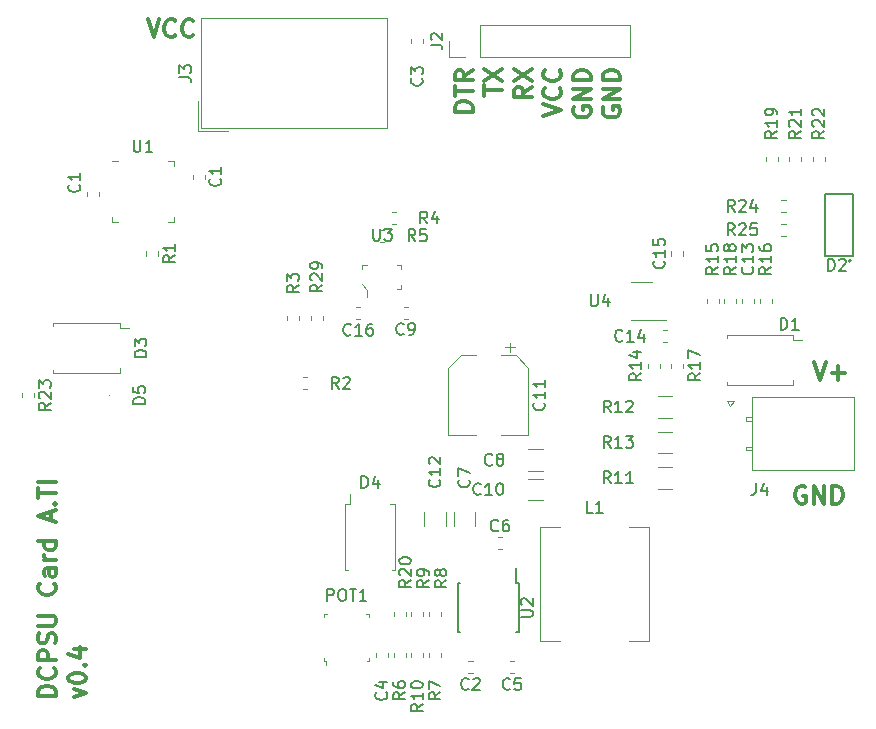
<source format=gbr>
G04 #@! TF.GenerationSoftware,KiCad,Pcbnew,5.0.2+dfsg1-1*
G04 #@! TF.CreationDate,2021-07-01T00:11:51-05:00*
G04 #@! TF.ProjectId,dcpsu-card-a,64637073-752d-4636-9172-642d612e6b69,v0.4-TI*
G04 #@! TF.SameCoordinates,Original*
G04 #@! TF.FileFunction,Legend,Top*
G04 #@! TF.FilePolarity,Positive*
%FSLAX46Y46*%
G04 Gerber Fmt 4.6, Leading zero omitted, Abs format (unit mm)*
G04 Created by KiCad (PCBNEW 5.0.2+dfsg1-1) date Thu 01 Jul 2021 12:11:51 AM CDT*
%MOMM*%
%LPD*%
G01*
G04 APERTURE LIST*
%ADD10C,0.300000*%
%ADD11C,0.120000*%
%ADD12C,0.150000*%
%ADD13C,0.100000*%
G04 APERTURE END LIST*
D10*
X138750000Y-78623571D02*
X138678571Y-78766428D01*
X138678571Y-78980714D01*
X138750000Y-79195000D01*
X138892857Y-79337857D01*
X139035714Y-79409285D01*
X139321428Y-79480714D01*
X139535714Y-79480714D01*
X139821428Y-79409285D01*
X139964285Y-79337857D01*
X140107142Y-79195000D01*
X140178571Y-78980714D01*
X140178571Y-78837857D01*
X140107142Y-78623571D01*
X140035714Y-78552142D01*
X139535714Y-78552142D01*
X139535714Y-78837857D01*
X140178571Y-77909285D02*
X138678571Y-77909285D01*
X140178571Y-77052142D01*
X138678571Y-77052142D01*
X140178571Y-76337857D02*
X138678571Y-76337857D01*
X138678571Y-75980714D01*
X138750000Y-75766428D01*
X138892857Y-75623571D01*
X139035714Y-75552142D01*
X139321428Y-75480714D01*
X139535714Y-75480714D01*
X139821428Y-75552142D01*
X139964285Y-75623571D01*
X140107142Y-75766428D01*
X140178571Y-75980714D01*
X140178571Y-76337857D01*
X136250000Y-78623571D02*
X136178571Y-78766428D01*
X136178571Y-78980714D01*
X136250000Y-79195000D01*
X136392857Y-79337857D01*
X136535714Y-79409285D01*
X136821428Y-79480714D01*
X137035714Y-79480714D01*
X137321428Y-79409285D01*
X137464285Y-79337857D01*
X137607142Y-79195000D01*
X137678571Y-78980714D01*
X137678571Y-78837857D01*
X137607142Y-78623571D01*
X137535714Y-78552142D01*
X137035714Y-78552142D01*
X137035714Y-78837857D01*
X137678571Y-77909285D02*
X136178571Y-77909285D01*
X137678571Y-77052142D01*
X136178571Y-77052142D01*
X137678571Y-76337857D02*
X136178571Y-76337857D01*
X136178571Y-75980714D01*
X136250000Y-75766428D01*
X136392857Y-75623571D01*
X136535714Y-75552142D01*
X136821428Y-75480714D01*
X137035714Y-75480714D01*
X137321428Y-75552142D01*
X137464285Y-75623571D01*
X137607142Y-75766428D01*
X137678571Y-75980714D01*
X137678571Y-76337857D01*
X133678571Y-79337857D02*
X135178571Y-78837857D01*
X133678571Y-78337857D01*
X135035714Y-76980714D02*
X135107142Y-77052142D01*
X135178571Y-77266428D01*
X135178571Y-77409285D01*
X135107142Y-77623571D01*
X134964285Y-77766428D01*
X134821428Y-77837857D01*
X134535714Y-77909285D01*
X134321428Y-77909285D01*
X134035714Y-77837857D01*
X133892857Y-77766428D01*
X133750000Y-77623571D01*
X133678571Y-77409285D01*
X133678571Y-77266428D01*
X133750000Y-77052142D01*
X133821428Y-76980714D01*
X135035714Y-75480714D02*
X135107142Y-75552142D01*
X135178571Y-75766428D01*
X135178571Y-75909285D01*
X135107142Y-76123571D01*
X134964285Y-76266428D01*
X134821428Y-76337857D01*
X134535714Y-76409285D01*
X134321428Y-76409285D01*
X134035714Y-76337857D01*
X133892857Y-76266428D01*
X133750000Y-76123571D01*
X133678571Y-75909285D01*
X133678571Y-75766428D01*
X133750000Y-75552142D01*
X133821428Y-75480714D01*
X132678571Y-76909285D02*
X131964285Y-77409285D01*
X132678571Y-77766428D02*
X131178571Y-77766428D01*
X131178571Y-77195000D01*
X131250000Y-77052142D01*
X131321428Y-76980714D01*
X131464285Y-76909285D01*
X131678571Y-76909285D01*
X131821428Y-76980714D01*
X131892857Y-77052142D01*
X131964285Y-77195000D01*
X131964285Y-77766428D01*
X131178571Y-76409285D02*
X132678571Y-75409285D01*
X131178571Y-75409285D02*
X132678571Y-76409285D01*
X128678571Y-77623571D02*
X128678571Y-76766428D01*
X130178571Y-77195000D02*
X128678571Y-77195000D01*
X128678571Y-76409285D02*
X130178571Y-75409285D01*
X128678571Y-75409285D02*
X130178571Y-76409285D01*
X127678571Y-78980714D02*
X126178571Y-78980714D01*
X126178571Y-78623571D01*
X126250000Y-78409285D01*
X126392857Y-78266428D01*
X126535714Y-78195000D01*
X126821428Y-78123571D01*
X127035714Y-78123571D01*
X127321428Y-78195000D01*
X127464285Y-78266428D01*
X127607142Y-78409285D01*
X127678571Y-78623571D01*
X127678571Y-78980714D01*
X126178571Y-77695000D02*
X126178571Y-76837857D01*
X127678571Y-77266428D02*
X126178571Y-77266428D01*
X127678571Y-75480714D02*
X126964285Y-75980714D01*
X127678571Y-76337857D02*
X126178571Y-76337857D01*
X126178571Y-75766428D01*
X126250000Y-75623571D01*
X126321428Y-75552142D01*
X126464285Y-75480714D01*
X126678571Y-75480714D01*
X126821428Y-75552142D01*
X126892857Y-75623571D01*
X126964285Y-75766428D01*
X126964285Y-76337857D01*
X100162142Y-71178571D02*
X100662142Y-72678571D01*
X101162142Y-71178571D01*
X102519285Y-72535714D02*
X102447857Y-72607142D01*
X102233571Y-72678571D01*
X102090714Y-72678571D01*
X101876428Y-72607142D01*
X101733571Y-72464285D01*
X101662142Y-72321428D01*
X101590714Y-72035714D01*
X101590714Y-71821428D01*
X101662142Y-71535714D01*
X101733571Y-71392857D01*
X101876428Y-71250000D01*
X102090714Y-71178571D01*
X102233571Y-71178571D01*
X102447857Y-71250000D01*
X102519285Y-71321428D01*
X104019285Y-72535714D02*
X103947857Y-72607142D01*
X103733571Y-72678571D01*
X103590714Y-72678571D01*
X103376428Y-72607142D01*
X103233571Y-72464285D01*
X103162142Y-72321428D01*
X103090714Y-72035714D01*
X103090714Y-71821428D01*
X103162142Y-71535714D01*
X103233571Y-71392857D01*
X103376428Y-71250000D01*
X103590714Y-71178571D01*
X103733571Y-71178571D01*
X103947857Y-71250000D01*
X104019285Y-71321428D01*
X156571428Y-100178571D02*
X157071428Y-101678571D01*
X157571428Y-100178571D01*
X158071428Y-101107142D02*
X159214285Y-101107142D01*
X158642857Y-101678571D02*
X158642857Y-100535714D01*
X155857142Y-110750000D02*
X155714285Y-110678571D01*
X155500000Y-110678571D01*
X155285714Y-110750000D01*
X155142857Y-110892857D01*
X155071428Y-111035714D01*
X155000000Y-111321428D01*
X155000000Y-111535714D01*
X155071428Y-111821428D01*
X155142857Y-111964285D01*
X155285714Y-112107142D01*
X155500000Y-112178571D01*
X155642857Y-112178571D01*
X155857142Y-112107142D01*
X155928571Y-112035714D01*
X155928571Y-111535714D01*
X155642857Y-111535714D01*
X156571428Y-112178571D02*
X156571428Y-110678571D01*
X157428571Y-112178571D01*
X157428571Y-110678571D01*
X158142857Y-112178571D02*
X158142857Y-110678571D01*
X158500000Y-110678571D01*
X158714285Y-110750000D01*
X158857142Y-110892857D01*
X158928571Y-111035714D01*
X159000000Y-111321428D01*
X159000000Y-111535714D01*
X158928571Y-111821428D01*
X158857142Y-111964285D01*
X158714285Y-112107142D01*
X158500000Y-112178571D01*
X158142857Y-112178571D01*
X92403571Y-128447857D02*
X90903571Y-128447857D01*
X90903571Y-128090714D01*
X90975000Y-127876428D01*
X91117857Y-127733571D01*
X91260714Y-127662142D01*
X91546428Y-127590714D01*
X91760714Y-127590714D01*
X92046428Y-127662142D01*
X92189285Y-127733571D01*
X92332142Y-127876428D01*
X92403571Y-128090714D01*
X92403571Y-128447857D01*
X92260714Y-126090714D02*
X92332142Y-126162142D01*
X92403571Y-126376428D01*
X92403571Y-126519285D01*
X92332142Y-126733571D01*
X92189285Y-126876428D01*
X92046428Y-126947857D01*
X91760714Y-127019285D01*
X91546428Y-127019285D01*
X91260714Y-126947857D01*
X91117857Y-126876428D01*
X90975000Y-126733571D01*
X90903571Y-126519285D01*
X90903571Y-126376428D01*
X90975000Y-126162142D01*
X91046428Y-126090714D01*
X92403571Y-125447857D02*
X90903571Y-125447857D01*
X90903571Y-124876428D01*
X90975000Y-124733571D01*
X91046428Y-124662142D01*
X91189285Y-124590714D01*
X91403571Y-124590714D01*
X91546428Y-124662142D01*
X91617857Y-124733571D01*
X91689285Y-124876428D01*
X91689285Y-125447857D01*
X92332142Y-124019285D02*
X92403571Y-123805000D01*
X92403571Y-123447857D01*
X92332142Y-123305000D01*
X92260714Y-123233571D01*
X92117857Y-123162142D01*
X91975000Y-123162142D01*
X91832142Y-123233571D01*
X91760714Y-123305000D01*
X91689285Y-123447857D01*
X91617857Y-123733571D01*
X91546428Y-123876428D01*
X91475000Y-123947857D01*
X91332142Y-124019285D01*
X91189285Y-124019285D01*
X91046428Y-123947857D01*
X90975000Y-123876428D01*
X90903571Y-123733571D01*
X90903571Y-123376428D01*
X90975000Y-123162142D01*
X90903571Y-122519285D02*
X92117857Y-122519285D01*
X92260714Y-122447857D01*
X92332142Y-122376428D01*
X92403571Y-122233571D01*
X92403571Y-121947857D01*
X92332142Y-121805000D01*
X92260714Y-121733571D01*
X92117857Y-121662142D01*
X90903571Y-121662142D01*
X92260714Y-118947857D02*
X92332142Y-119019285D01*
X92403571Y-119233571D01*
X92403571Y-119376428D01*
X92332142Y-119590714D01*
X92189285Y-119733571D01*
X92046428Y-119805000D01*
X91760714Y-119876428D01*
X91546428Y-119876428D01*
X91260714Y-119805000D01*
X91117857Y-119733571D01*
X90975000Y-119590714D01*
X90903571Y-119376428D01*
X90903571Y-119233571D01*
X90975000Y-119019285D01*
X91046428Y-118947857D01*
X92403571Y-117662142D02*
X91617857Y-117662142D01*
X91475000Y-117733571D01*
X91403571Y-117876428D01*
X91403571Y-118162142D01*
X91475000Y-118305000D01*
X92332142Y-117662142D02*
X92403571Y-117805000D01*
X92403571Y-118162142D01*
X92332142Y-118305000D01*
X92189285Y-118376428D01*
X92046428Y-118376428D01*
X91903571Y-118305000D01*
X91832142Y-118162142D01*
X91832142Y-117805000D01*
X91760714Y-117662142D01*
X92403571Y-116947857D02*
X91403571Y-116947857D01*
X91689285Y-116947857D02*
X91546428Y-116876428D01*
X91475000Y-116805000D01*
X91403571Y-116662142D01*
X91403571Y-116519285D01*
X92403571Y-115376428D02*
X90903571Y-115376428D01*
X92332142Y-115376428D02*
X92403571Y-115519285D01*
X92403571Y-115805000D01*
X92332142Y-115947857D01*
X92260714Y-116019285D01*
X92117857Y-116090714D01*
X91689285Y-116090714D01*
X91546428Y-116019285D01*
X91475000Y-115947857D01*
X91403571Y-115805000D01*
X91403571Y-115519285D01*
X91475000Y-115376428D01*
X91975000Y-113590714D02*
X91975000Y-112876428D01*
X92403571Y-113733571D02*
X90903571Y-113233571D01*
X92403571Y-112733571D01*
X92260714Y-112233571D02*
X92332142Y-112162142D01*
X92403571Y-112233571D01*
X92332142Y-112305000D01*
X92260714Y-112233571D01*
X92403571Y-112233571D01*
X90903571Y-111733571D02*
X90903571Y-110876428D01*
X92403571Y-111305000D02*
X90903571Y-111305000D01*
X92403571Y-110376428D02*
X90903571Y-110376428D01*
X93953571Y-128590714D02*
X94953571Y-128233571D01*
X93953571Y-127876428D01*
X93453571Y-127019285D02*
X93453571Y-126876428D01*
X93525000Y-126733571D01*
X93596428Y-126662142D01*
X93739285Y-126590714D01*
X94025000Y-126519285D01*
X94382142Y-126519285D01*
X94667857Y-126590714D01*
X94810714Y-126662142D01*
X94882142Y-126733571D01*
X94953571Y-126876428D01*
X94953571Y-127019285D01*
X94882142Y-127162142D01*
X94810714Y-127233571D01*
X94667857Y-127305000D01*
X94382142Y-127376428D01*
X94025000Y-127376428D01*
X93739285Y-127305000D01*
X93596428Y-127233571D01*
X93525000Y-127162142D01*
X93453571Y-127019285D01*
X94810714Y-125876428D02*
X94882142Y-125805000D01*
X94953571Y-125876428D01*
X94882142Y-125947857D01*
X94810714Y-125876428D01*
X94953571Y-125876428D01*
X93953571Y-124519285D02*
X94953571Y-124519285D01*
X93382142Y-124876428D02*
X94453571Y-125233571D01*
X94453571Y-124305000D01*
D11*
G04 #@! TO.C,R8*
X125010000Y-121671267D02*
X125010000Y-121328733D01*
X123990000Y-121671267D02*
X123990000Y-121328733D01*
G04 #@! TO.C,R12*
X143397936Y-104910000D02*
X144602064Y-104910000D01*
X143397936Y-103090000D02*
X144602064Y-103090000D01*
G04 #@! TO.C,R1*
X101010000Y-91171267D02*
X101010000Y-90828733D01*
X99990000Y-91171267D02*
X99990000Y-90828733D01*
G04 #@! TO.C,R20*
X122010000Y-121671267D02*
X122010000Y-121328733D01*
X120990000Y-121671267D02*
X120990000Y-121328733D01*
G04 #@! TO.C,C3*
X123510000Y-73171267D02*
X123510000Y-72828733D01*
X122490000Y-73171267D02*
X122490000Y-72828733D01*
G04 #@! TO.C,C5*
X130828733Y-126510000D02*
X131171267Y-126510000D01*
X130828733Y-125490000D02*
X131171267Y-125490000D01*
G04 #@! TO.C,C14*
X143828733Y-98510000D02*
X144171267Y-98510000D01*
X143828733Y-97490000D02*
X144171267Y-97490000D01*
G04 #@! TO.C,D1*
X154810000Y-102110000D02*
X154810000Y-101700000D01*
X154810000Y-98300000D02*
X154810000Y-97890000D01*
X154810000Y-97890000D02*
X149190000Y-97890000D01*
X149190000Y-102110000D02*
X154810000Y-102110000D01*
X154810000Y-98300000D02*
X155600000Y-98300000D01*
X149190000Y-102110000D02*
X149190000Y-101850000D01*
X149190000Y-98150000D02*
X149190000Y-97890000D01*
G04 #@! TO.C,C1*
X103990000Y-84328733D02*
X103990000Y-84671267D01*
X105010000Y-84328733D02*
X105010000Y-84671267D01*
G04 #@! TO.C,C2*
X127671267Y-125490000D02*
X127328733Y-125490000D01*
X127671267Y-126510000D02*
X127328733Y-126510000D01*
G04 #@! TO.C,C4*
X119490000Y-124828733D02*
X119490000Y-125171267D01*
X120510000Y-124828733D02*
X120510000Y-125171267D01*
G04 #@! TO.C,C7*
X127910000Y-114102064D02*
X127910000Y-112897936D01*
X126090000Y-114102064D02*
X126090000Y-112897936D01*
G04 #@! TO.C,C8*
X133602064Y-107590000D02*
X132397936Y-107590000D01*
X133602064Y-109410000D02*
X132397936Y-109410000D01*
G04 #@! TO.C,C9*
X122171267Y-95490000D02*
X121828733Y-95490000D01*
X122171267Y-96510000D02*
X121828733Y-96510000D01*
G04 #@! TO.C,C10*
X133602064Y-110090000D02*
X132397936Y-110090000D01*
X133602064Y-111910000D02*
X132397936Y-111910000D01*
G04 #@! TO.C,C13*
X150490000Y-94828733D02*
X150490000Y-95171267D01*
X151510000Y-94828733D02*
X151510000Y-95171267D01*
G04 #@! TO.C,R2*
X113671267Y-101490000D02*
X113328733Y-101490000D01*
X113671267Y-102510000D02*
X113328733Y-102510000D01*
G04 #@! TO.C,R3*
X111990000Y-96328733D02*
X111990000Y-96671267D01*
X113010000Y-96328733D02*
X113010000Y-96671267D01*
G04 #@! TO.C,R4*
X121171267Y-87490000D02*
X120828733Y-87490000D01*
X121171267Y-88510000D02*
X120828733Y-88510000D01*
G04 #@! TO.C,R5*
X120171267Y-88990000D02*
X119828733Y-88990000D01*
X120171267Y-90010000D02*
X119828733Y-90010000D01*
G04 #@! TO.C,R6*
X122010000Y-125171267D02*
X122010000Y-124828733D01*
X120990000Y-125171267D02*
X120990000Y-124828733D01*
G04 #@! TO.C,R7*
X125010000Y-125171267D02*
X125010000Y-124828733D01*
X123990000Y-125171267D02*
X123990000Y-124828733D01*
G04 #@! TO.C,R9*
X123510000Y-121671267D02*
X123510000Y-121328733D01*
X122490000Y-121671267D02*
X122490000Y-121328733D01*
G04 #@! TO.C,R10*
X123510000Y-125171267D02*
X123510000Y-124828733D01*
X122490000Y-125171267D02*
X122490000Y-124828733D01*
G04 #@! TO.C,R13*
X143397936Y-107910000D02*
X144602064Y-107910000D01*
X143397936Y-106090000D02*
X144602064Y-106090000D01*
G04 #@! TO.C,R15*
X147490000Y-94828733D02*
X147490000Y-95171267D01*
X148510000Y-94828733D02*
X148510000Y-95171267D01*
G04 #@! TO.C,R16*
X153010000Y-95171267D02*
X153010000Y-94828733D01*
X151990000Y-95171267D02*
X151990000Y-94828733D01*
G04 #@! TO.C,R17*
X144490000Y-100328733D02*
X144490000Y-100671267D01*
X145510000Y-100328733D02*
X145510000Y-100671267D01*
G04 #@! TO.C,U1*
X97615000Y-83140000D02*
X97140000Y-83140000D01*
X102360000Y-88360000D02*
X102360000Y-87885000D01*
X101885000Y-88360000D02*
X102360000Y-88360000D01*
X97140000Y-88360000D02*
X97140000Y-87885000D01*
X97615000Y-88360000D02*
X97140000Y-88360000D01*
X102360000Y-83140000D02*
X102360000Y-83615000D01*
X101885000Y-83140000D02*
X102360000Y-83140000D01*
G04 #@! TO.C,C15*
X145510000Y-90828733D02*
X145510000Y-91171267D01*
X144490000Y-90828733D02*
X144490000Y-91171267D01*
G04 #@! TO.C,R18*
X148990000Y-95171267D02*
X148990000Y-94828733D01*
X150010000Y-95171267D02*
X150010000Y-94828733D01*
G04 #@! TO.C,R11*
X143397936Y-109090000D02*
X144602064Y-109090000D01*
X143397936Y-110910000D02*
X144602064Y-110910000D01*
G04 #@! TO.C,R14*
X143510000Y-100328733D02*
X143510000Y-100671267D01*
X142490000Y-100328733D02*
X142490000Y-100671267D01*
G04 #@! TO.C,U4*
X142900000Y-93390000D02*
X141100000Y-93390000D01*
X141100000Y-96610000D02*
X144050000Y-96610000D01*
G04 #@! TO.C,J2*
X125670000Y-74330000D02*
X125670000Y-73000000D01*
X127000000Y-74330000D02*
X125670000Y-74330000D01*
X128270000Y-74330000D02*
X128270000Y-71670000D01*
X128270000Y-71670000D02*
X141030000Y-71670000D01*
X128270000Y-74330000D02*
X141030000Y-74330000D01*
X141030000Y-74330000D02*
X141030000Y-71670000D01*
G04 #@! TO.C,J3*
X104650000Y-71055000D02*
X120430000Y-71055000D01*
X120430000Y-71055000D02*
X120430000Y-80405000D01*
X120430000Y-80405000D02*
X104650000Y-80405000D01*
X104650000Y-80405000D02*
X104650000Y-71055000D01*
X104400000Y-80655000D02*
X106940000Y-80655000D01*
X104400000Y-80655000D02*
X104400000Y-78115000D01*
G04 #@! TO.C,C1*
X96010000Y-86171267D02*
X96010000Y-85828733D01*
X94990000Y-86171267D02*
X94990000Y-85828733D01*
D12*
G04 #@! TO.C,D2*
X159900000Y-86000000D02*
X159900000Y-91200000D01*
X157500000Y-86000000D02*
X157500000Y-91200000D01*
X157500000Y-86000000D02*
X159900000Y-86000000D01*
X157500000Y-91200000D02*
X159900000Y-91200000D01*
X159700000Y-91600000D02*
G75*
G03X159700000Y-91600000I-100000J0D01*
G01*
D11*
G04 #@! TO.C,R19*
X153510000Y-83171267D02*
X153510000Y-82828733D01*
X152490000Y-83171267D02*
X152490000Y-82828733D01*
G04 #@! TO.C,R21*
X154490000Y-82828733D02*
X154490000Y-83171267D01*
X155510000Y-82828733D02*
X155510000Y-83171267D01*
G04 #@! TO.C,R22*
X157510000Y-82828733D02*
X157510000Y-83171267D01*
X156490000Y-82828733D02*
X156490000Y-83171267D01*
G04 #@! TO.C,C16*
X117828733Y-95490000D02*
X118171267Y-95490000D01*
X117828733Y-96510000D02*
X118171267Y-96510000D01*
D13*
G04 #@! TO.C,U3*
X118700000Y-94650000D02*
X118700000Y-94050000D01*
X118700000Y-94050000D02*
X118350000Y-93600000D01*
X118700000Y-92000000D02*
X118350000Y-92000000D01*
X118350000Y-92000000D02*
X118350000Y-92350000D01*
X121650000Y-93650000D02*
X121650000Y-94000000D01*
X121650000Y-94000000D02*
X121300000Y-94000000D01*
X121300000Y-92000000D02*
X121650000Y-92000000D01*
X121650000Y-92000000D02*
X121650000Y-92350000D01*
D11*
G04 #@! TO.C,R23*
X89490000Y-103171267D02*
X89490000Y-102828733D01*
X90510000Y-103171267D02*
X90510000Y-102828733D01*
G04 #@! TO.C,R24*
X154171267Y-86490000D02*
X153828733Y-86490000D01*
X154171267Y-87510000D02*
X153828733Y-87510000D01*
G04 #@! TO.C,R25*
X154171267Y-89510000D02*
X153828733Y-89510000D01*
X154171267Y-88490000D02*
X153828733Y-88490000D01*
G04 #@! TO.C,C11*
X125590000Y-106410000D02*
X127940000Y-106410000D01*
X132410000Y-106410000D02*
X130060000Y-106410000D01*
X132410000Y-100654437D02*
X132410000Y-106410000D01*
X125590000Y-100654437D02*
X125590000Y-106410000D01*
X126654437Y-99590000D02*
X127940000Y-99590000D01*
X131345563Y-99590000D02*
X130060000Y-99590000D01*
X131345563Y-99590000D02*
X132410000Y-100654437D01*
X126654437Y-99590000D02*
X125590000Y-100654437D01*
X130847500Y-98562500D02*
X130847500Y-99350000D01*
X131241250Y-98956250D02*
X130453750Y-98956250D01*
G04 #@! TO.C,C12*
X123590000Y-114102064D02*
X123590000Y-112897936D01*
X125410000Y-114102064D02*
X125410000Y-112897936D01*
G04 #@! TO.C,J4*
X151310000Y-103170000D02*
X151310000Y-109330000D01*
X151310000Y-109330000D02*
X159990000Y-109330000D01*
X159990000Y-109330000D02*
X159990000Y-103170000D01*
X159990000Y-103170000D02*
X151310000Y-103170000D01*
X151310000Y-105150000D02*
X151310000Y-104850000D01*
X151310000Y-104850000D02*
X150860000Y-104850000D01*
X150860000Y-104850000D02*
X150860000Y-105150000D01*
X150860000Y-105150000D02*
X151310000Y-105150000D01*
X151310000Y-107650000D02*
X151310000Y-107350000D01*
X151310000Y-107350000D02*
X150860000Y-107350000D01*
X150860000Y-107350000D02*
X150860000Y-107650000D01*
X150860000Y-107650000D02*
X151310000Y-107650000D01*
X149500000Y-103890000D02*
X149800000Y-103465736D01*
X149800000Y-103465736D02*
X149200000Y-103465736D01*
X149200000Y-103465736D02*
X149500000Y-103890000D01*
G04 #@! TO.C,D3*
X97810000Y-101110000D02*
X97810000Y-100700000D01*
X97810000Y-97300000D02*
X97810000Y-96890000D01*
X97810000Y-96890000D02*
X92190000Y-96890000D01*
X92190000Y-101110000D02*
X97810000Y-101110000D01*
X97810000Y-97300000D02*
X98600000Y-97300000D01*
X92190000Y-101110000D02*
X92190000Y-100850000D01*
X92190000Y-97150000D02*
X92190000Y-96890000D01*
G04 #@! TO.C,D4*
X121110000Y-112190000D02*
X120700000Y-112190000D01*
X117300000Y-112190000D02*
X116890000Y-112190000D01*
X116890000Y-112190000D02*
X116890000Y-117810000D01*
X121110000Y-117810000D02*
X121110000Y-112190000D01*
X117300000Y-112190000D02*
X117300000Y-111400000D01*
X121110000Y-117810000D02*
X120850000Y-117810000D01*
X117150000Y-117810000D02*
X116890000Y-117810000D01*
G04 #@! TO.C,C6*
X129828733Y-114990000D02*
X130171267Y-114990000D01*
X129828733Y-116010000D02*
X130171267Y-116010000D01*
G04 #@! TO.C,R29*
X115010000Y-96328733D02*
X115010000Y-96671267D01*
X113990000Y-96328733D02*
X113990000Y-96671267D01*
D12*
G04 #@! TO.C,U2*
X131575000Y-118925000D02*
X131375000Y-118925000D01*
X131575000Y-123075000D02*
X131375000Y-123075000D01*
X126425000Y-123075000D02*
X126625000Y-123075000D01*
X126425000Y-118925000D02*
X126625000Y-118925000D01*
X131575000Y-118925000D02*
X131575000Y-123075000D01*
X126425000Y-118925000D02*
X126425000Y-123075000D01*
X131375000Y-118925000D02*
X131375000Y-117625000D01*
D11*
G04 #@! TO.C,L1*
X140900000Y-114150000D02*
X142600000Y-114150000D01*
X142600000Y-114150000D02*
X142600000Y-123850000D01*
X142600000Y-123850000D02*
X140900000Y-123850000D01*
X135100000Y-123850000D02*
X133400000Y-123850000D01*
X133400000Y-123850000D02*
X133400000Y-114150000D01*
X133400000Y-114150000D02*
X135100000Y-114150000D01*
D13*
G04 #@! TO.C,D5*
X96990000Y-103000000D02*
G75*
G03X96990000Y-103000000I-50000J0D01*
G01*
G04 #@! TO.C,POT1*
X115100000Y-121500000D02*
X115100000Y-121750000D01*
X115100000Y-121500000D02*
X115350000Y-121500000D01*
X118900000Y-121500000D02*
X118900000Y-121750000D01*
X118900000Y-121500000D02*
X118650000Y-121500000D01*
X118900000Y-125500000D02*
X118700000Y-125500000D01*
X118900000Y-125500000D02*
X118900000Y-125250000D01*
X115100000Y-125250000D02*
X115100000Y-125500000D01*
X115100000Y-125500000D02*
X115300000Y-125500000D01*
X115300000Y-125500000D02*
X115300000Y-125850000D01*
G04 #@! TO.C,R8*
D12*
X125452380Y-118666666D02*
X124976190Y-119000000D01*
X125452380Y-119238095D02*
X124452380Y-119238095D01*
X124452380Y-118857142D01*
X124500000Y-118761904D01*
X124547619Y-118714285D01*
X124642857Y-118666666D01*
X124785714Y-118666666D01*
X124880952Y-118714285D01*
X124928571Y-118761904D01*
X124976190Y-118857142D01*
X124976190Y-119238095D01*
X124880952Y-118095238D02*
X124833333Y-118190476D01*
X124785714Y-118238095D01*
X124690476Y-118285714D01*
X124642857Y-118285714D01*
X124547619Y-118238095D01*
X124500000Y-118190476D01*
X124452380Y-118095238D01*
X124452380Y-117904761D01*
X124500000Y-117809523D01*
X124547619Y-117761904D01*
X124642857Y-117714285D01*
X124690476Y-117714285D01*
X124785714Y-117761904D01*
X124833333Y-117809523D01*
X124880952Y-117904761D01*
X124880952Y-118095238D01*
X124928571Y-118190476D01*
X124976190Y-118238095D01*
X125071428Y-118285714D01*
X125261904Y-118285714D01*
X125357142Y-118238095D01*
X125404761Y-118190476D01*
X125452380Y-118095238D01*
X125452380Y-117904761D01*
X125404761Y-117809523D01*
X125357142Y-117761904D01*
X125261904Y-117714285D01*
X125071428Y-117714285D01*
X124976190Y-117761904D01*
X124928571Y-117809523D01*
X124880952Y-117904761D01*
G04 #@! TO.C,R12*
X139357142Y-104452380D02*
X139023809Y-103976190D01*
X138785714Y-104452380D02*
X138785714Y-103452380D01*
X139166666Y-103452380D01*
X139261904Y-103500000D01*
X139309523Y-103547619D01*
X139357142Y-103642857D01*
X139357142Y-103785714D01*
X139309523Y-103880952D01*
X139261904Y-103928571D01*
X139166666Y-103976190D01*
X138785714Y-103976190D01*
X140309523Y-104452380D02*
X139738095Y-104452380D01*
X140023809Y-104452380D02*
X140023809Y-103452380D01*
X139928571Y-103595238D01*
X139833333Y-103690476D01*
X139738095Y-103738095D01*
X140690476Y-103547619D02*
X140738095Y-103500000D01*
X140833333Y-103452380D01*
X141071428Y-103452380D01*
X141166666Y-103500000D01*
X141214285Y-103547619D01*
X141261904Y-103642857D01*
X141261904Y-103738095D01*
X141214285Y-103880952D01*
X140642857Y-104452380D01*
X141261904Y-104452380D01*
G04 #@! TO.C,R1*
X102476380Y-91166666D02*
X102000190Y-91500000D01*
X102476380Y-91738095D02*
X101476380Y-91738095D01*
X101476380Y-91357142D01*
X101524000Y-91261904D01*
X101571619Y-91214285D01*
X101666857Y-91166666D01*
X101809714Y-91166666D01*
X101904952Y-91214285D01*
X101952571Y-91261904D01*
X102000190Y-91357142D01*
X102000190Y-91738095D01*
X102476380Y-90214285D02*
X102476380Y-90785714D01*
X102476380Y-90500000D02*
X101476380Y-90500000D01*
X101619238Y-90595238D01*
X101714476Y-90690476D01*
X101762095Y-90785714D01*
G04 #@! TO.C,R20*
X122452380Y-118642857D02*
X121976190Y-118976190D01*
X122452380Y-119214285D02*
X121452380Y-119214285D01*
X121452380Y-118833333D01*
X121500000Y-118738095D01*
X121547619Y-118690476D01*
X121642857Y-118642857D01*
X121785714Y-118642857D01*
X121880952Y-118690476D01*
X121928571Y-118738095D01*
X121976190Y-118833333D01*
X121976190Y-119214285D01*
X121547619Y-118261904D02*
X121500000Y-118214285D01*
X121452380Y-118119047D01*
X121452380Y-117880952D01*
X121500000Y-117785714D01*
X121547619Y-117738095D01*
X121642857Y-117690476D01*
X121738095Y-117690476D01*
X121880952Y-117738095D01*
X122452380Y-118309523D01*
X122452380Y-117690476D01*
X121452380Y-117071428D02*
X121452380Y-116976190D01*
X121500000Y-116880952D01*
X121547619Y-116833333D01*
X121642857Y-116785714D01*
X121833333Y-116738095D01*
X122071428Y-116738095D01*
X122261904Y-116785714D01*
X122357142Y-116833333D01*
X122404761Y-116880952D01*
X122452380Y-116976190D01*
X122452380Y-117071428D01*
X122404761Y-117166666D01*
X122357142Y-117214285D01*
X122261904Y-117261904D01*
X122071428Y-117309523D01*
X121833333Y-117309523D01*
X121642857Y-117261904D01*
X121547619Y-117214285D01*
X121500000Y-117166666D01*
X121452380Y-117071428D01*
G04 #@! TO.C,C3*
X123357142Y-76166666D02*
X123404761Y-76214285D01*
X123452380Y-76357142D01*
X123452380Y-76452380D01*
X123404761Y-76595238D01*
X123309523Y-76690476D01*
X123214285Y-76738095D01*
X123023809Y-76785714D01*
X122880952Y-76785714D01*
X122690476Y-76738095D01*
X122595238Y-76690476D01*
X122500000Y-76595238D01*
X122452380Y-76452380D01*
X122452380Y-76357142D01*
X122500000Y-76214285D01*
X122547619Y-76166666D01*
X122452380Y-75833333D02*
X122452380Y-75214285D01*
X122833333Y-75547619D01*
X122833333Y-75404761D01*
X122880952Y-75309523D01*
X122928571Y-75261904D01*
X123023809Y-75214285D01*
X123261904Y-75214285D01*
X123357142Y-75261904D01*
X123404761Y-75309523D01*
X123452380Y-75404761D01*
X123452380Y-75690476D01*
X123404761Y-75785714D01*
X123357142Y-75833333D01*
G04 #@! TO.C,C5*
X130833333Y-127857142D02*
X130785714Y-127904761D01*
X130642857Y-127952380D01*
X130547619Y-127952380D01*
X130404761Y-127904761D01*
X130309523Y-127809523D01*
X130261904Y-127714285D01*
X130214285Y-127523809D01*
X130214285Y-127380952D01*
X130261904Y-127190476D01*
X130309523Y-127095238D01*
X130404761Y-127000000D01*
X130547619Y-126952380D01*
X130642857Y-126952380D01*
X130785714Y-127000000D01*
X130833333Y-127047619D01*
X131738095Y-126952380D02*
X131261904Y-126952380D01*
X131214285Y-127428571D01*
X131261904Y-127380952D01*
X131357142Y-127333333D01*
X131595238Y-127333333D01*
X131690476Y-127380952D01*
X131738095Y-127428571D01*
X131785714Y-127523809D01*
X131785714Y-127761904D01*
X131738095Y-127857142D01*
X131690476Y-127904761D01*
X131595238Y-127952380D01*
X131357142Y-127952380D01*
X131261904Y-127904761D01*
X131214285Y-127857142D01*
G04 #@! TO.C,C14*
X140357142Y-98357142D02*
X140309523Y-98404761D01*
X140166666Y-98452380D01*
X140071428Y-98452380D01*
X139928571Y-98404761D01*
X139833333Y-98309523D01*
X139785714Y-98214285D01*
X139738095Y-98023809D01*
X139738095Y-97880952D01*
X139785714Y-97690476D01*
X139833333Y-97595238D01*
X139928571Y-97500000D01*
X140071428Y-97452380D01*
X140166666Y-97452380D01*
X140309523Y-97500000D01*
X140357142Y-97547619D01*
X141309523Y-98452380D02*
X140738095Y-98452380D01*
X141023809Y-98452380D02*
X141023809Y-97452380D01*
X140928571Y-97595238D01*
X140833333Y-97690476D01*
X140738095Y-97738095D01*
X142166666Y-97785714D02*
X142166666Y-98452380D01*
X141928571Y-97404761D02*
X141690476Y-98119047D01*
X142309523Y-98119047D01*
G04 #@! TO.C,D1*
X153761904Y-97452380D02*
X153761904Y-96452380D01*
X154000000Y-96452380D01*
X154142857Y-96500000D01*
X154238095Y-96595238D01*
X154285714Y-96690476D01*
X154333333Y-96880952D01*
X154333333Y-97023809D01*
X154285714Y-97214285D01*
X154238095Y-97309523D01*
X154142857Y-97404761D01*
X154000000Y-97452380D01*
X153761904Y-97452380D01*
X155285714Y-97452380D02*
X154714285Y-97452380D01*
X155000000Y-97452380D02*
X155000000Y-96452380D01*
X154904761Y-96595238D01*
X154809523Y-96690476D01*
X154714285Y-96738095D01*
G04 #@! TO.C,C1*
X106287142Y-84666666D02*
X106334761Y-84714285D01*
X106382380Y-84857142D01*
X106382380Y-84952380D01*
X106334761Y-85095238D01*
X106239523Y-85190476D01*
X106144285Y-85238095D01*
X105953809Y-85285714D01*
X105810952Y-85285714D01*
X105620476Y-85238095D01*
X105525238Y-85190476D01*
X105430000Y-85095238D01*
X105382380Y-84952380D01*
X105382380Y-84857142D01*
X105430000Y-84714285D01*
X105477619Y-84666666D01*
X106382380Y-83714285D02*
X106382380Y-84285714D01*
X106382380Y-84000000D02*
X105382380Y-84000000D01*
X105525238Y-84095238D01*
X105620476Y-84190476D01*
X105668095Y-84285714D01*
G04 #@! TO.C,C2*
X127333333Y-127857142D02*
X127285714Y-127904761D01*
X127142857Y-127952380D01*
X127047619Y-127952380D01*
X126904761Y-127904761D01*
X126809523Y-127809523D01*
X126761904Y-127714285D01*
X126714285Y-127523809D01*
X126714285Y-127380952D01*
X126761904Y-127190476D01*
X126809523Y-127095238D01*
X126904761Y-127000000D01*
X127047619Y-126952380D01*
X127142857Y-126952380D01*
X127285714Y-127000000D01*
X127333333Y-127047619D01*
X127714285Y-127047619D02*
X127761904Y-127000000D01*
X127857142Y-126952380D01*
X128095238Y-126952380D01*
X128190476Y-127000000D01*
X128238095Y-127047619D01*
X128285714Y-127142857D01*
X128285714Y-127238095D01*
X128238095Y-127380952D01*
X127666666Y-127952380D01*
X128285714Y-127952380D01*
G04 #@! TO.C,C4*
X120357142Y-128166666D02*
X120404761Y-128214285D01*
X120452380Y-128357142D01*
X120452380Y-128452380D01*
X120404761Y-128595238D01*
X120309523Y-128690476D01*
X120214285Y-128738095D01*
X120023809Y-128785714D01*
X119880952Y-128785714D01*
X119690476Y-128738095D01*
X119595238Y-128690476D01*
X119500000Y-128595238D01*
X119452380Y-128452380D01*
X119452380Y-128357142D01*
X119500000Y-128214285D01*
X119547619Y-128166666D01*
X119785714Y-127309523D02*
X120452380Y-127309523D01*
X119404761Y-127547619D02*
X120119047Y-127785714D01*
X120119047Y-127166666D01*
G04 #@! TO.C,C7*
X127357142Y-110166666D02*
X127404761Y-110214285D01*
X127452380Y-110357142D01*
X127452380Y-110452380D01*
X127404761Y-110595238D01*
X127309523Y-110690476D01*
X127214285Y-110738095D01*
X127023809Y-110785714D01*
X126880952Y-110785714D01*
X126690476Y-110738095D01*
X126595238Y-110690476D01*
X126500000Y-110595238D01*
X126452380Y-110452380D01*
X126452380Y-110357142D01*
X126500000Y-110214285D01*
X126547619Y-110166666D01*
X126452380Y-109833333D02*
X126452380Y-109166666D01*
X127452380Y-109595238D01*
G04 #@! TO.C,C8*
X129333333Y-108857142D02*
X129285714Y-108904761D01*
X129142857Y-108952380D01*
X129047619Y-108952380D01*
X128904761Y-108904761D01*
X128809523Y-108809523D01*
X128761904Y-108714285D01*
X128714285Y-108523809D01*
X128714285Y-108380952D01*
X128761904Y-108190476D01*
X128809523Y-108095238D01*
X128904761Y-108000000D01*
X129047619Y-107952380D01*
X129142857Y-107952380D01*
X129285714Y-108000000D01*
X129333333Y-108047619D01*
X129904761Y-108380952D02*
X129809523Y-108333333D01*
X129761904Y-108285714D01*
X129714285Y-108190476D01*
X129714285Y-108142857D01*
X129761904Y-108047619D01*
X129809523Y-108000000D01*
X129904761Y-107952380D01*
X130095238Y-107952380D01*
X130190476Y-108000000D01*
X130238095Y-108047619D01*
X130285714Y-108142857D01*
X130285714Y-108190476D01*
X130238095Y-108285714D01*
X130190476Y-108333333D01*
X130095238Y-108380952D01*
X129904761Y-108380952D01*
X129809523Y-108428571D01*
X129761904Y-108476190D01*
X129714285Y-108571428D01*
X129714285Y-108761904D01*
X129761904Y-108857142D01*
X129809523Y-108904761D01*
X129904761Y-108952380D01*
X130095238Y-108952380D01*
X130190476Y-108904761D01*
X130238095Y-108857142D01*
X130285714Y-108761904D01*
X130285714Y-108571428D01*
X130238095Y-108476190D01*
X130190476Y-108428571D01*
X130095238Y-108380952D01*
G04 #@! TO.C,C9*
X121833333Y-97787142D02*
X121785714Y-97834761D01*
X121642857Y-97882380D01*
X121547619Y-97882380D01*
X121404761Y-97834761D01*
X121309523Y-97739523D01*
X121261904Y-97644285D01*
X121214285Y-97453809D01*
X121214285Y-97310952D01*
X121261904Y-97120476D01*
X121309523Y-97025238D01*
X121404761Y-96930000D01*
X121547619Y-96882380D01*
X121642857Y-96882380D01*
X121785714Y-96930000D01*
X121833333Y-96977619D01*
X122309523Y-97882380D02*
X122500000Y-97882380D01*
X122595238Y-97834761D01*
X122642857Y-97787142D01*
X122738095Y-97644285D01*
X122785714Y-97453809D01*
X122785714Y-97072857D01*
X122738095Y-96977619D01*
X122690476Y-96930000D01*
X122595238Y-96882380D01*
X122404761Y-96882380D01*
X122309523Y-96930000D01*
X122261904Y-96977619D01*
X122214285Y-97072857D01*
X122214285Y-97310952D01*
X122261904Y-97406190D01*
X122309523Y-97453809D01*
X122404761Y-97501428D01*
X122595238Y-97501428D01*
X122690476Y-97453809D01*
X122738095Y-97406190D01*
X122785714Y-97310952D01*
G04 #@! TO.C,C10*
X128357142Y-111357142D02*
X128309523Y-111404761D01*
X128166666Y-111452380D01*
X128071428Y-111452380D01*
X127928571Y-111404761D01*
X127833333Y-111309523D01*
X127785714Y-111214285D01*
X127738095Y-111023809D01*
X127738095Y-110880952D01*
X127785714Y-110690476D01*
X127833333Y-110595238D01*
X127928571Y-110500000D01*
X128071428Y-110452380D01*
X128166666Y-110452380D01*
X128309523Y-110500000D01*
X128357142Y-110547619D01*
X129309523Y-111452380D02*
X128738095Y-111452380D01*
X129023809Y-111452380D02*
X129023809Y-110452380D01*
X128928571Y-110595238D01*
X128833333Y-110690476D01*
X128738095Y-110738095D01*
X129928571Y-110452380D02*
X130023809Y-110452380D01*
X130119047Y-110500000D01*
X130166666Y-110547619D01*
X130214285Y-110642857D01*
X130261904Y-110833333D01*
X130261904Y-111071428D01*
X130214285Y-111261904D01*
X130166666Y-111357142D01*
X130119047Y-111404761D01*
X130023809Y-111452380D01*
X129928571Y-111452380D01*
X129833333Y-111404761D01*
X129785714Y-111357142D01*
X129738095Y-111261904D01*
X129690476Y-111071428D01*
X129690476Y-110833333D01*
X129738095Y-110642857D01*
X129785714Y-110547619D01*
X129833333Y-110500000D01*
X129928571Y-110452380D01*
G04 #@! TO.C,C13*
X151357142Y-92142857D02*
X151404761Y-92190476D01*
X151452380Y-92333333D01*
X151452380Y-92428571D01*
X151404761Y-92571428D01*
X151309523Y-92666666D01*
X151214285Y-92714285D01*
X151023809Y-92761904D01*
X150880952Y-92761904D01*
X150690476Y-92714285D01*
X150595238Y-92666666D01*
X150500000Y-92571428D01*
X150452380Y-92428571D01*
X150452380Y-92333333D01*
X150500000Y-92190476D01*
X150547619Y-92142857D01*
X151452380Y-91190476D02*
X151452380Y-91761904D01*
X151452380Y-91476190D02*
X150452380Y-91476190D01*
X150595238Y-91571428D01*
X150690476Y-91666666D01*
X150738095Y-91761904D01*
X150452380Y-90857142D02*
X150452380Y-90238095D01*
X150833333Y-90571428D01*
X150833333Y-90428571D01*
X150880952Y-90333333D01*
X150928571Y-90285714D01*
X151023809Y-90238095D01*
X151261904Y-90238095D01*
X151357142Y-90285714D01*
X151404761Y-90333333D01*
X151452380Y-90428571D01*
X151452380Y-90714285D01*
X151404761Y-90809523D01*
X151357142Y-90857142D01*
G04 #@! TO.C,R2*
X116333333Y-102452380D02*
X116000000Y-101976190D01*
X115761904Y-102452380D02*
X115761904Y-101452380D01*
X116142857Y-101452380D01*
X116238095Y-101500000D01*
X116285714Y-101547619D01*
X116333333Y-101642857D01*
X116333333Y-101785714D01*
X116285714Y-101880952D01*
X116238095Y-101928571D01*
X116142857Y-101976190D01*
X115761904Y-101976190D01*
X116714285Y-101547619D02*
X116761904Y-101500000D01*
X116857142Y-101452380D01*
X117095238Y-101452380D01*
X117190476Y-101500000D01*
X117238095Y-101547619D01*
X117285714Y-101642857D01*
X117285714Y-101738095D01*
X117238095Y-101880952D01*
X116666666Y-102452380D01*
X117285714Y-102452380D01*
G04 #@! TO.C,R3*
X112952380Y-93666666D02*
X112476190Y-94000000D01*
X112952380Y-94238095D02*
X111952380Y-94238095D01*
X111952380Y-93857142D01*
X112000000Y-93761904D01*
X112047619Y-93714285D01*
X112142857Y-93666666D01*
X112285714Y-93666666D01*
X112380952Y-93714285D01*
X112428571Y-93761904D01*
X112476190Y-93857142D01*
X112476190Y-94238095D01*
X111952380Y-93333333D02*
X111952380Y-92714285D01*
X112333333Y-93047619D01*
X112333333Y-92904761D01*
X112380952Y-92809523D01*
X112428571Y-92761904D01*
X112523809Y-92714285D01*
X112761904Y-92714285D01*
X112857142Y-92761904D01*
X112904761Y-92809523D01*
X112952380Y-92904761D01*
X112952380Y-93190476D01*
X112904761Y-93285714D01*
X112857142Y-93333333D01*
G04 #@! TO.C,R4*
X123833333Y-88452380D02*
X123500000Y-87976190D01*
X123261904Y-88452380D02*
X123261904Y-87452380D01*
X123642857Y-87452380D01*
X123738095Y-87500000D01*
X123785714Y-87547619D01*
X123833333Y-87642857D01*
X123833333Y-87785714D01*
X123785714Y-87880952D01*
X123738095Y-87928571D01*
X123642857Y-87976190D01*
X123261904Y-87976190D01*
X124690476Y-87785714D02*
X124690476Y-88452380D01*
X124452380Y-87404761D02*
X124214285Y-88119047D01*
X124833333Y-88119047D01*
G04 #@! TO.C,R5*
X122833333Y-89952380D02*
X122500000Y-89476190D01*
X122261904Y-89952380D02*
X122261904Y-88952380D01*
X122642857Y-88952380D01*
X122738095Y-89000000D01*
X122785714Y-89047619D01*
X122833333Y-89142857D01*
X122833333Y-89285714D01*
X122785714Y-89380952D01*
X122738095Y-89428571D01*
X122642857Y-89476190D01*
X122261904Y-89476190D01*
X123738095Y-88952380D02*
X123261904Y-88952380D01*
X123214285Y-89428571D01*
X123261904Y-89380952D01*
X123357142Y-89333333D01*
X123595238Y-89333333D01*
X123690476Y-89380952D01*
X123738095Y-89428571D01*
X123785714Y-89523809D01*
X123785714Y-89761904D01*
X123738095Y-89857142D01*
X123690476Y-89904761D01*
X123595238Y-89952380D01*
X123357142Y-89952380D01*
X123261904Y-89904761D01*
X123214285Y-89857142D01*
G04 #@! TO.C,R6*
X121952380Y-128166666D02*
X121476190Y-128500000D01*
X121952380Y-128738095D02*
X120952380Y-128738095D01*
X120952380Y-128357142D01*
X121000000Y-128261904D01*
X121047619Y-128214285D01*
X121142857Y-128166666D01*
X121285714Y-128166666D01*
X121380952Y-128214285D01*
X121428571Y-128261904D01*
X121476190Y-128357142D01*
X121476190Y-128738095D01*
X120952380Y-127309523D02*
X120952380Y-127500000D01*
X121000000Y-127595238D01*
X121047619Y-127642857D01*
X121190476Y-127738095D01*
X121380952Y-127785714D01*
X121761904Y-127785714D01*
X121857142Y-127738095D01*
X121904761Y-127690476D01*
X121952380Y-127595238D01*
X121952380Y-127404761D01*
X121904761Y-127309523D01*
X121857142Y-127261904D01*
X121761904Y-127214285D01*
X121523809Y-127214285D01*
X121428571Y-127261904D01*
X121380952Y-127309523D01*
X121333333Y-127404761D01*
X121333333Y-127595238D01*
X121380952Y-127690476D01*
X121428571Y-127738095D01*
X121523809Y-127785714D01*
G04 #@! TO.C,R7*
X124952380Y-128166666D02*
X124476190Y-128500000D01*
X124952380Y-128738095D02*
X123952380Y-128738095D01*
X123952380Y-128357142D01*
X124000000Y-128261904D01*
X124047619Y-128214285D01*
X124142857Y-128166666D01*
X124285714Y-128166666D01*
X124380952Y-128214285D01*
X124428571Y-128261904D01*
X124476190Y-128357142D01*
X124476190Y-128738095D01*
X123952380Y-127833333D02*
X123952380Y-127166666D01*
X124952380Y-127595238D01*
G04 #@! TO.C,R9*
X123952380Y-118666666D02*
X123476190Y-119000000D01*
X123952380Y-119238095D02*
X122952380Y-119238095D01*
X122952380Y-118857142D01*
X123000000Y-118761904D01*
X123047619Y-118714285D01*
X123142857Y-118666666D01*
X123285714Y-118666666D01*
X123380952Y-118714285D01*
X123428571Y-118761904D01*
X123476190Y-118857142D01*
X123476190Y-119238095D01*
X123952380Y-118190476D02*
X123952380Y-118000000D01*
X123904761Y-117904761D01*
X123857142Y-117857142D01*
X123714285Y-117761904D01*
X123523809Y-117714285D01*
X123142857Y-117714285D01*
X123047619Y-117761904D01*
X123000000Y-117809523D01*
X122952380Y-117904761D01*
X122952380Y-118095238D01*
X123000000Y-118190476D01*
X123047619Y-118238095D01*
X123142857Y-118285714D01*
X123380952Y-118285714D01*
X123476190Y-118238095D01*
X123523809Y-118190476D01*
X123571428Y-118095238D01*
X123571428Y-117904761D01*
X123523809Y-117809523D01*
X123476190Y-117761904D01*
X123380952Y-117714285D01*
G04 #@! TO.C,R10*
X123452380Y-129142857D02*
X122976190Y-129476190D01*
X123452380Y-129714285D02*
X122452380Y-129714285D01*
X122452380Y-129333333D01*
X122500000Y-129238095D01*
X122547619Y-129190476D01*
X122642857Y-129142857D01*
X122785714Y-129142857D01*
X122880952Y-129190476D01*
X122928571Y-129238095D01*
X122976190Y-129333333D01*
X122976190Y-129714285D01*
X123452380Y-128190476D02*
X123452380Y-128761904D01*
X123452380Y-128476190D02*
X122452380Y-128476190D01*
X122595238Y-128571428D01*
X122690476Y-128666666D01*
X122738095Y-128761904D01*
X122452380Y-127571428D02*
X122452380Y-127476190D01*
X122500000Y-127380952D01*
X122547619Y-127333333D01*
X122642857Y-127285714D01*
X122833333Y-127238095D01*
X123071428Y-127238095D01*
X123261904Y-127285714D01*
X123357142Y-127333333D01*
X123404761Y-127380952D01*
X123452380Y-127476190D01*
X123452380Y-127571428D01*
X123404761Y-127666666D01*
X123357142Y-127714285D01*
X123261904Y-127761904D01*
X123071428Y-127809523D01*
X122833333Y-127809523D01*
X122642857Y-127761904D01*
X122547619Y-127714285D01*
X122500000Y-127666666D01*
X122452380Y-127571428D01*
G04 #@! TO.C,R13*
X139357142Y-107452380D02*
X139023809Y-106976190D01*
X138785714Y-107452380D02*
X138785714Y-106452380D01*
X139166666Y-106452380D01*
X139261904Y-106500000D01*
X139309523Y-106547619D01*
X139357142Y-106642857D01*
X139357142Y-106785714D01*
X139309523Y-106880952D01*
X139261904Y-106928571D01*
X139166666Y-106976190D01*
X138785714Y-106976190D01*
X140309523Y-107452380D02*
X139738095Y-107452380D01*
X140023809Y-107452380D02*
X140023809Y-106452380D01*
X139928571Y-106595238D01*
X139833333Y-106690476D01*
X139738095Y-106738095D01*
X140642857Y-106452380D02*
X141261904Y-106452380D01*
X140928571Y-106833333D01*
X141071428Y-106833333D01*
X141166666Y-106880952D01*
X141214285Y-106928571D01*
X141261904Y-107023809D01*
X141261904Y-107261904D01*
X141214285Y-107357142D01*
X141166666Y-107404761D01*
X141071428Y-107452380D01*
X140785714Y-107452380D01*
X140690476Y-107404761D01*
X140642857Y-107357142D01*
G04 #@! TO.C,R15*
X148452380Y-92142857D02*
X147976190Y-92476190D01*
X148452380Y-92714285D02*
X147452380Y-92714285D01*
X147452380Y-92333333D01*
X147500000Y-92238095D01*
X147547619Y-92190476D01*
X147642857Y-92142857D01*
X147785714Y-92142857D01*
X147880952Y-92190476D01*
X147928571Y-92238095D01*
X147976190Y-92333333D01*
X147976190Y-92714285D01*
X148452380Y-91190476D02*
X148452380Y-91761904D01*
X148452380Y-91476190D02*
X147452380Y-91476190D01*
X147595238Y-91571428D01*
X147690476Y-91666666D01*
X147738095Y-91761904D01*
X147452380Y-90285714D02*
X147452380Y-90761904D01*
X147928571Y-90809523D01*
X147880952Y-90761904D01*
X147833333Y-90666666D01*
X147833333Y-90428571D01*
X147880952Y-90333333D01*
X147928571Y-90285714D01*
X148023809Y-90238095D01*
X148261904Y-90238095D01*
X148357142Y-90285714D01*
X148404761Y-90333333D01*
X148452380Y-90428571D01*
X148452380Y-90666666D01*
X148404761Y-90761904D01*
X148357142Y-90809523D01*
G04 #@! TO.C,R16*
X152952380Y-92142857D02*
X152476190Y-92476190D01*
X152952380Y-92714285D02*
X151952380Y-92714285D01*
X151952380Y-92333333D01*
X152000000Y-92238095D01*
X152047619Y-92190476D01*
X152142857Y-92142857D01*
X152285714Y-92142857D01*
X152380952Y-92190476D01*
X152428571Y-92238095D01*
X152476190Y-92333333D01*
X152476190Y-92714285D01*
X152952380Y-91190476D02*
X152952380Y-91761904D01*
X152952380Y-91476190D02*
X151952380Y-91476190D01*
X152095238Y-91571428D01*
X152190476Y-91666666D01*
X152238095Y-91761904D01*
X151952380Y-90333333D02*
X151952380Y-90523809D01*
X152000000Y-90619047D01*
X152047619Y-90666666D01*
X152190476Y-90761904D01*
X152380952Y-90809523D01*
X152761904Y-90809523D01*
X152857142Y-90761904D01*
X152904761Y-90714285D01*
X152952380Y-90619047D01*
X152952380Y-90428571D01*
X152904761Y-90333333D01*
X152857142Y-90285714D01*
X152761904Y-90238095D01*
X152523809Y-90238095D01*
X152428571Y-90285714D01*
X152380952Y-90333333D01*
X152333333Y-90428571D01*
X152333333Y-90619047D01*
X152380952Y-90714285D01*
X152428571Y-90761904D01*
X152523809Y-90809523D01*
G04 #@! TO.C,R17*
X146952380Y-101142857D02*
X146476190Y-101476190D01*
X146952380Y-101714285D02*
X145952380Y-101714285D01*
X145952380Y-101333333D01*
X146000000Y-101238095D01*
X146047619Y-101190476D01*
X146142857Y-101142857D01*
X146285714Y-101142857D01*
X146380952Y-101190476D01*
X146428571Y-101238095D01*
X146476190Y-101333333D01*
X146476190Y-101714285D01*
X146952380Y-100190476D02*
X146952380Y-100761904D01*
X146952380Y-100476190D02*
X145952380Y-100476190D01*
X146095238Y-100571428D01*
X146190476Y-100666666D01*
X146238095Y-100761904D01*
X145952380Y-99857142D02*
X145952380Y-99190476D01*
X146952380Y-99619047D01*
G04 #@! TO.C,U1*
X98988095Y-81382380D02*
X98988095Y-82191904D01*
X99035714Y-82287142D01*
X99083333Y-82334761D01*
X99178571Y-82382380D01*
X99369047Y-82382380D01*
X99464285Y-82334761D01*
X99511904Y-82287142D01*
X99559523Y-82191904D01*
X99559523Y-81382380D01*
X100559523Y-82382380D02*
X99988095Y-82382380D01*
X100273809Y-82382380D02*
X100273809Y-81382380D01*
X100178571Y-81525238D01*
X100083333Y-81620476D01*
X99988095Y-81668095D01*
G04 #@! TO.C,C15*
X143857142Y-91642857D02*
X143904761Y-91690476D01*
X143952380Y-91833333D01*
X143952380Y-91928571D01*
X143904761Y-92071428D01*
X143809523Y-92166666D01*
X143714285Y-92214285D01*
X143523809Y-92261904D01*
X143380952Y-92261904D01*
X143190476Y-92214285D01*
X143095238Y-92166666D01*
X143000000Y-92071428D01*
X142952380Y-91928571D01*
X142952380Y-91833333D01*
X143000000Y-91690476D01*
X143047619Y-91642857D01*
X143952380Y-90690476D02*
X143952380Y-91261904D01*
X143952380Y-90976190D02*
X142952380Y-90976190D01*
X143095238Y-91071428D01*
X143190476Y-91166666D01*
X143238095Y-91261904D01*
X142952380Y-89785714D02*
X142952380Y-90261904D01*
X143428571Y-90309523D01*
X143380952Y-90261904D01*
X143333333Y-90166666D01*
X143333333Y-89928571D01*
X143380952Y-89833333D01*
X143428571Y-89785714D01*
X143523809Y-89738095D01*
X143761904Y-89738095D01*
X143857142Y-89785714D01*
X143904761Y-89833333D01*
X143952380Y-89928571D01*
X143952380Y-90166666D01*
X143904761Y-90261904D01*
X143857142Y-90309523D01*
G04 #@! TO.C,R18*
X149952380Y-92142857D02*
X149476190Y-92476190D01*
X149952380Y-92714285D02*
X148952380Y-92714285D01*
X148952380Y-92333333D01*
X149000000Y-92238095D01*
X149047619Y-92190476D01*
X149142857Y-92142857D01*
X149285714Y-92142857D01*
X149380952Y-92190476D01*
X149428571Y-92238095D01*
X149476190Y-92333333D01*
X149476190Y-92714285D01*
X149952380Y-91190476D02*
X149952380Y-91761904D01*
X149952380Y-91476190D02*
X148952380Y-91476190D01*
X149095238Y-91571428D01*
X149190476Y-91666666D01*
X149238095Y-91761904D01*
X149380952Y-90619047D02*
X149333333Y-90714285D01*
X149285714Y-90761904D01*
X149190476Y-90809523D01*
X149142857Y-90809523D01*
X149047619Y-90761904D01*
X149000000Y-90714285D01*
X148952380Y-90619047D01*
X148952380Y-90428571D01*
X149000000Y-90333333D01*
X149047619Y-90285714D01*
X149142857Y-90238095D01*
X149190476Y-90238095D01*
X149285714Y-90285714D01*
X149333333Y-90333333D01*
X149380952Y-90428571D01*
X149380952Y-90619047D01*
X149428571Y-90714285D01*
X149476190Y-90761904D01*
X149571428Y-90809523D01*
X149761904Y-90809523D01*
X149857142Y-90761904D01*
X149904761Y-90714285D01*
X149952380Y-90619047D01*
X149952380Y-90428571D01*
X149904761Y-90333333D01*
X149857142Y-90285714D01*
X149761904Y-90238095D01*
X149571428Y-90238095D01*
X149476190Y-90285714D01*
X149428571Y-90333333D01*
X149380952Y-90428571D01*
G04 #@! TO.C,R11*
X139357142Y-110452380D02*
X139023809Y-109976190D01*
X138785714Y-110452380D02*
X138785714Y-109452380D01*
X139166666Y-109452380D01*
X139261904Y-109500000D01*
X139309523Y-109547619D01*
X139357142Y-109642857D01*
X139357142Y-109785714D01*
X139309523Y-109880952D01*
X139261904Y-109928571D01*
X139166666Y-109976190D01*
X138785714Y-109976190D01*
X140309523Y-110452380D02*
X139738095Y-110452380D01*
X140023809Y-110452380D02*
X140023809Y-109452380D01*
X139928571Y-109595238D01*
X139833333Y-109690476D01*
X139738095Y-109738095D01*
X141261904Y-110452380D02*
X140690476Y-110452380D01*
X140976190Y-110452380D02*
X140976190Y-109452380D01*
X140880952Y-109595238D01*
X140785714Y-109690476D01*
X140690476Y-109738095D01*
G04 #@! TO.C,R14*
X141952380Y-101142857D02*
X141476190Y-101476190D01*
X141952380Y-101714285D02*
X140952380Y-101714285D01*
X140952380Y-101333333D01*
X141000000Y-101238095D01*
X141047619Y-101190476D01*
X141142857Y-101142857D01*
X141285714Y-101142857D01*
X141380952Y-101190476D01*
X141428571Y-101238095D01*
X141476190Y-101333333D01*
X141476190Y-101714285D01*
X141952380Y-100190476D02*
X141952380Y-100761904D01*
X141952380Y-100476190D02*
X140952380Y-100476190D01*
X141095238Y-100571428D01*
X141190476Y-100666666D01*
X141238095Y-100761904D01*
X141285714Y-99333333D02*
X141952380Y-99333333D01*
X140904761Y-99571428D02*
X141619047Y-99809523D01*
X141619047Y-99190476D01*
G04 #@! TO.C,U4*
X137682095Y-94452380D02*
X137682095Y-95261904D01*
X137729714Y-95357142D01*
X137777333Y-95404761D01*
X137872571Y-95452380D01*
X138063047Y-95452380D01*
X138158285Y-95404761D01*
X138205904Y-95357142D01*
X138253523Y-95261904D01*
X138253523Y-94452380D01*
X139158285Y-94785714D02*
X139158285Y-95452380D01*
X138920190Y-94404761D02*
X138682095Y-95119047D01*
X139301142Y-95119047D01*
G04 #@! TO.C,J2*
X124122380Y-73333333D02*
X124836666Y-73333333D01*
X124979523Y-73380952D01*
X125074761Y-73476190D01*
X125122380Y-73619047D01*
X125122380Y-73714285D01*
X124217619Y-72904761D02*
X124170000Y-72857142D01*
X124122380Y-72761904D01*
X124122380Y-72523809D01*
X124170000Y-72428571D01*
X124217619Y-72380952D01*
X124312857Y-72333333D01*
X124408095Y-72333333D01*
X124550952Y-72380952D01*
X125122380Y-72952380D01*
X125122380Y-72333333D01*
G04 #@! TO.C,J3*
X102848380Y-76063333D02*
X103562666Y-76063333D01*
X103705523Y-76110952D01*
X103800761Y-76206190D01*
X103848380Y-76349047D01*
X103848380Y-76444285D01*
X102848380Y-75682380D02*
X102848380Y-75063333D01*
X103229333Y-75396666D01*
X103229333Y-75253809D01*
X103276952Y-75158571D01*
X103324571Y-75110952D01*
X103419809Y-75063333D01*
X103657904Y-75063333D01*
X103753142Y-75110952D01*
X103800761Y-75158571D01*
X103848380Y-75253809D01*
X103848380Y-75539523D01*
X103800761Y-75634761D01*
X103753142Y-75682380D01*
G04 #@! TO.C,C1*
X94357142Y-85166666D02*
X94404761Y-85214285D01*
X94452380Y-85357142D01*
X94452380Y-85452380D01*
X94404761Y-85595238D01*
X94309523Y-85690476D01*
X94214285Y-85738095D01*
X94023809Y-85785714D01*
X93880952Y-85785714D01*
X93690476Y-85738095D01*
X93595238Y-85690476D01*
X93500000Y-85595238D01*
X93452380Y-85452380D01*
X93452380Y-85357142D01*
X93500000Y-85214285D01*
X93547619Y-85166666D01*
X94452380Y-84214285D02*
X94452380Y-84785714D01*
X94452380Y-84500000D02*
X93452380Y-84500000D01*
X93595238Y-84595238D01*
X93690476Y-84690476D01*
X93738095Y-84785714D01*
G04 #@! TO.C,D2*
X157761904Y-92452380D02*
X157761904Y-91452380D01*
X158000000Y-91452380D01*
X158142857Y-91500000D01*
X158238095Y-91595238D01*
X158285714Y-91690476D01*
X158333333Y-91880952D01*
X158333333Y-92023809D01*
X158285714Y-92214285D01*
X158238095Y-92309523D01*
X158142857Y-92404761D01*
X158000000Y-92452380D01*
X157761904Y-92452380D01*
X158714285Y-91547619D02*
X158761904Y-91500000D01*
X158857142Y-91452380D01*
X159095238Y-91452380D01*
X159190476Y-91500000D01*
X159238095Y-91547619D01*
X159285714Y-91642857D01*
X159285714Y-91738095D01*
X159238095Y-91880952D01*
X158666666Y-92452380D01*
X159285714Y-92452380D01*
G04 #@! TO.C,R19*
X153452380Y-80642857D02*
X152976190Y-80976190D01*
X153452380Y-81214285D02*
X152452380Y-81214285D01*
X152452380Y-80833333D01*
X152500000Y-80738095D01*
X152547619Y-80690476D01*
X152642857Y-80642857D01*
X152785714Y-80642857D01*
X152880952Y-80690476D01*
X152928571Y-80738095D01*
X152976190Y-80833333D01*
X152976190Y-81214285D01*
X153452380Y-79690476D02*
X153452380Y-80261904D01*
X153452380Y-79976190D02*
X152452380Y-79976190D01*
X152595238Y-80071428D01*
X152690476Y-80166666D01*
X152738095Y-80261904D01*
X153452380Y-79214285D02*
X153452380Y-79023809D01*
X153404761Y-78928571D01*
X153357142Y-78880952D01*
X153214285Y-78785714D01*
X153023809Y-78738095D01*
X152642857Y-78738095D01*
X152547619Y-78785714D01*
X152500000Y-78833333D01*
X152452380Y-78928571D01*
X152452380Y-79119047D01*
X152500000Y-79214285D01*
X152547619Y-79261904D01*
X152642857Y-79309523D01*
X152880952Y-79309523D01*
X152976190Y-79261904D01*
X153023809Y-79214285D01*
X153071428Y-79119047D01*
X153071428Y-78928571D01*
X153023809Y-78833333D01*
X152976190Y-78785714D01*
X152880952Y-78738095D01*
G04 #@! TO.C,R21*
X155452380Y-80642857D02*
X154976190Y-80976190D01*
X155452380Y-81214285D02*
X154452380Y-81214285D01*
X154452380Y-80833333D01*
X154500000Y-80738095D01*
X154547619Y-80690476D01*
X154642857Y-80642857D01*
X154785714Y-80642857D01*
X154880952Y-80690476D01*
X154928571Y-80738095D01*
X154976190Y-80833333D01*
X154976190Y-81214285D01*
X154547619Y-80261904D02*
X154500000Y-80214285D01*
X154452380Y-80119047D01*
X154452380Y-79880952D01*
X154500000Y-79785714D01*
X154547619Y-79738095D01*
X154642857Y-79690476D01*
X154738095Y-79690476D01*
X154880952Y-79738095D01*
X155452380Y-80309523D01*
X155452380Y-79690476D01*
X155452380Y-78738095D02*
X155452380Y-79309523D01*
X155452380Y-79023809D02*
X154452380Y-79023809D01*
X154595238Y-79119047D01*
X154690476Y-79214285D01*
X154738095Y-79309523D01*
G04 #@! TO.C,R22*
X157452380Y-80642857D02*
X156976190Y-80976190D01*
X157452380Y-81214285D02*
X156452380Y-81214285D01*
X156452380Y-80833333D01*
X156500000Y-80738095D01*
X156547619Y-80690476D01*
X156642857Y-80642857D01*
X156785714Y-80642857D01*
X156880952Y-80690476D01*
X156928571Y-80738095D01*
X156976190Y-80833333D01*
X156976190Y-81214285D01*
X156547619Y-80261904D02*
X156500000Y-80214285D01*
X156452380Y-80119047D01*
X156452380Y-79880952D01*
X156500000Y-79785714D01*
X156547619Y-79738095D01*
X156642857Y-79690476D01*
X156738095Y-79690476D01*
X156880952Y-79738095D01*
X157452380Y-80309523D01*
X157452380Y-79690476D01*
X156547619Y-79309523D02*
X156500000Y-79261904D01*
X156452380Y-79166666D01*
X156452380Y-78928571D01*
X156500000Y-78833333D01*
X156547619Y-78785714D01*
X156642857Y-78738095D01*
X156738095Y-78738095D01*
X156880952Y-78785714D01*
X157452380Y-79357142D01*
X157452380Y-78738095D01*
G04 #@! TO.C,C16*
X117357142Y-97857142D02*
X117309523Y-97904761D01*
X117166666Y-97952380D01*
X117071428Y-97952380D01*
X116928571Y-97904761D01*
X116833333Y-97809523D01*
X116785714Y-97714285D01*
X116738095Y-97523809D01*
X116738095Y-97380952D01*
X116785714Y-97190476D01*
X116833333Y-97095238D01*
X116928571Y-97000000D01*
X117071428Y-96952380D01*
X117166666Y-96952380D01*
X117309523Y-97000000D01*
X117357142Y-97047619D01*
X118309523Y-97952380D02*
X117738095Y-97952380D01*
X118023809Y-97952380D02*
X118023809Y-96952380D01*
X117928571Y-97095238D01*
X117833333Y-97190476D01*
X117738095Y-97238095D01*
X119166666Y-96952380D02*
X118976190Y-96952380D01*
X118880952Y-97000000D01*
X118833333Y-97047619D01*
X118738095Y-97190476D01*
X118690476Y-97380952D01*
X118690476Y-97761904D01*
X118738095Y-97857142D01*
X118785714Y-97904761D01*
X118880952Y-97952380D01*
X119071428Y-97952380D01*
X119166666Y-97904761D01*
X119214285Y-97857142D01*
X119261904Y-97761904D01*
X119261904Y-97523809D01*
X119214285Y-97428571D01*
X119166666Y-97380952D01*
X119071428Y-97333333D01*
X118880952Y-97333333D01*
X118785714Y-97380952D01*
X118738095Y-97428571D01*
X118690476Y-97523809D01*
G04 #@! TO.C,U3*
X119263095Y-88902380D02*
X119263095Y-89711904D01*
X119310714Y-89807142D01*
X119358333Y-89854761D01*
X119453571Y-89902380D01*
X119644047Y-89902380D01*
X119739285Y-89854761D01*
X119786904Y-89807142D01*
X119834523Y-89711904D01*
X119834523Y-88902380D01*
X120215476Y-88902380D02*
X120834523Y-88902380D01*
X120501190Y-89283333D01*
X120644047Y-89283333D01*
X120739285Y-89330952D01*
X120786904Y-89378571D01*
X120834523Y-89473809D01*
X120834523Y-89711904D01*
X120786904Y-89807142D01*
X120739285Y-89854761D01*
X120644047Y-89902380D01*
X120358333Y-89902380D01*
X120263095Y-89854761D01*
X120215476Y-89807142D01*
G04 #@! TO.C,R23*
X91952380Y-103642857D02*
X91476190Y-103976190D01*
X91952380Y-104214285D02*
X90952380Y-104214285D01*
X90952380Y-103833333D01*
X91000000Y-103738095D01*
X91047619Y-103690476D01*
X91142857Y-103642857D01*
X91285714Y-103642857D01*
X91380952Y-103690476D01*
X91428571Y-103738095D01*
X91476190Y-103833333D01*
X91476190Y-104214285D01*
X91047619Y-103261904D02*
X91000000Y-103214285D01*
X90952380Y-103119047D01*
X90952380Y-102880952D01*
X91000000Y-102785714D01*
X91047619Y-102738095D01*
X91142857Y-102690476D01*
X91238095Y-102690476D01*
X91380952Y-102738095D01*
X91952380Y-103309523D01*
X91952380Y-102690476D01*
X90952380Y-102357142D02*
X90952380Y-101738095D01*
X91333333Y-102071428D01*
X91333333Y-101928571D01*
X91380952Y-101833333D01*
X91428571Y-101785714D01*
X91523809Y-101738095D01*
X91761904Y-101738095D01*
X91857142Y-101785714D01*
X91904761Y-101833333D01*
X91952380Y-101928571D01*
X91952380Y-102214285D01*
X91904761Y-102309523D01*
X91857142Y-102357142D01*
G04 #@! TO.C,R24*
X149857142Y-87452380D02*
X149523809Y-86976190D01*
X149285714Y-87452380D02*
X149285714Y-86452380D01*
X149666666Y-86452380D01*
X149761904Y-86500000D01*
X149809523Y-86547619D01*
X149857142Y-86642857D01*
X149857142Y-86785714D01*
X149809523Y-86880952D01*
X149761904Y-86928571D01*
X149666666Y-86976190D01*
X149285714Y-86976190D01*
X150238095Y-86547619D02*
X150285714Y-86500000D01*
X150380952Y-86452380D01*
X150619047Y-86452380D01*
X150714285Y-86500000D01*
X150761904Y-86547619D01*
X150809523Y-86642857D01*
X150809523Y-86738095D01*
X150761904Y-86880952D01*
X150190476Y-87452380D01*
X150809523Y-87452380D01*
X151666666Y-86785714D02*
X151666666Y-87452380D01*
X151428571Y-86404761D02*
X151190476Y-87119047D01*
X151809523Y-87119047D01*
G04 #@! TO.C,R25*
X149857142Y-89452380D02*
X149523809Y-88976190D01*
X149285714Y-89452380D02*
X149285714Y-88452380D01*
X149666666Y-88452380D01*
X149761904Y-88500000D01*
X149809523Y-88547619D01*
X149857142Y-88642857D01*
X149857142Y-88785714D01*
X149809523Y-88880952D01*
X149761904Y-88928571D01*
X149666666Y-88976190D01*
X149285714Y-88976190D01*
X150238095Y-88547619D02*
X150285714Y-88500000D01*
X150380952Y-88452380D01*
X150619047Y-88452380D01*
X150714285Y-88500000D01*
X150761904Y-88547619D01*
X150809523Y-88642857D01*
X150809523Y-88738095D01*
X150761904Y-88880952D01*
X150190476Y-89452380D01*
X150809523Y-89452380D01*
X151714285Y-88452380D02*
X151238095Y-88452380D01*
X151190476Y-88928571D01*
X151238095Y-88880952D01*
X151333333Y-88833333D01*
X151571428Y-88833333D01*
X151666666Y-88880952D01*
X151714285Y-88928571D01*
X151761904Y-89023809D01*
X151761904Y-89261904D01*
X151714285Y-89357142D01*
X151666666Y-89404761D01*
X151571428Y-89452380D01*
X151333333Y-89452380D01*
X151238095Y-89404761D01*
X151190476Y-89357142D01*
G04 #@! TO.C,C11*
X133707142Y-103642857D02*
X133754761Y-103690476D01*
X133802380Y-103833333D01*
X133802380Y-103928571D01*
X133754761Y-104071428D01*
X133659523Y-104166666D01*
X133564285Y-104214285D01*
X133373809Y-104261904D01*
X133230952Y-104261904D01*
X133040476Y-104214285D01*
X132945238Y-104166666D01*
X132850000Y-104071428D01*
X132802380Y-103928571D01*
X132802380Y-103833333D01*
X132850000Y-103690476D01*
X132897619Y-103642857D01*
X133802380Y-102690476D02*
X133802380Y-103261904D01*
X133802380Y-102976190D02*
X132802380Y-102976190D01*
X132945238Y-103071428D01*
X133040476Y-103166666D01*
X133088095Y-103261904D01*
X133802380Y-101738095D02*
X133802380Y-102309523D01*
X133802380Y-102023809D02*
X132802380Y-102023809D01*
X132945238Y-102119047D01*
X133040476Y-102214285D01*
X133088095Y-102309523D01*
G04 #@! TO.C,C12*
X124857142Y-110142857D02*
X124904761Y-110190476D01*
X124952380Y-110333333D01*
X124952380Y-110428571D01*
X124904761Y-110571428D01*
X124809523Y-110666666D01*
X124714285Y-110714285D01*
X124523809Y-110761904D01*
X124380952Y-110761904D01*
X124190476Y-110714285D01*
X124095238Y-110666666D01*
X124000000Y-110571428D01*
X123952380Y-110428571D01*
X123952380Y-110333333D01*
X124000000Y-110190476D01*
X124047619Y-110142857D01*
X124952380Y-109190476D02*
X124952380Y-109761904D01*
X124952380Y-109476190D02*
X123952380Y-109476190D01*
X124095238Y-109571428D01*
X124190476Y-109666666D01*
X124238095Y-109761904D01*
X124047619Y-108809523D02*
X124000000Y-108761904D01*
X123952380Y-108666666D01*
X123952380Y-108428571D01*
X124000000Y-108333333D01*
X124047619Y-108285714D01*
X124142857Y-108238095D01*
X124238095Y-108238095D01*
X124380952Y-108285714D01*
X124952380Y-108857142D01*
X124952380Y-108238095D01*
G04 #@! TO.C,J4*
X151666666Y-110452380D02*
X151666666Y-111166666D01*
X151619047Y-111309523D01*
X151523809Y-111404761D01*
X151380952Y-111452380D01*
X151285714Y-111452380D01*
X152571428Y-110785714D02*
X152571428Y-111452380D01*
X152333333Y-110404761D02*
X152095238Y-111119047D01*
X152714285Y-111119047D01*
G04 #@! TO.C,D3*
X100052380Y-99738095D02*
X99052380Y-99738095D01*
X99052380Y-99500000D01*
X99100000Y-99357142D01*
X99195238Y-99261904D01*
X99290476Y-99214285D01*
X99480952Y-99166666D01*
X99623809Y-99166666D01*
X99814285Y-99214285D01*
X99909523Y-99261904D01*
X100004761Y-99357142D01*
X100052380Y-99500000D01*
X100052380Y-99738095D01*
X99052380Y-98833333D02*
X99052380Y-98214285D01*
X99433333Y-98547619D01*
X99433333Y-98404761D01*
X99480952Y-98309523D01*
X99528571Y-98261904D01*
X99623809Y-98214285D01*
X99861904Y-98214285D01*
X99957142Y-98261904D01*
X100004761Y-98309523D01*
X100052380Y-98404761D01*
X100052380Y-98690476D01*
X100004761Y-98785714D01*
X99957142Y-98833333D01*
G04 #@! TO.C,D4*
X118261904Y-110852380D02*
X118261904Y-109852380D01*
X118500000Y-109852380D01*
X118642857Y-109900000D01*
X118738095Y-109995238D01*
X118785714Y-110090476D01*
X118833333Y-110280952D01*
X118833333Y-110423809D01*
X118785714Y-110614285D01*
X118738095Y-110709523D01*
X118642857Y-110804761D01*
X118500000Y-110852380D01*
X118261904Y-110852380D01*
X119690476Y-110185714D02*
X119690476Y-110852380D01*
X119452380Y-109804761D02*
X119214285Y-110519047D01*
X119833333Y-110519047D01*
G04 #@! TO.C,C6*
X129833333Y-114427142D02*
X129785714Y-114474761D01*
X129642857Y-114522380D01*
X129547619Y-114522380D01*
X129404761Y-114474761D01*
X129309523Y-114379523D01*
X129261904Y-114284285D01*
X129214285Y-114093809D01*
X129214285Y-113950952D01*
X129261904Y-113760476D01*
X129309523Y-113665238D01*
X129404761Y-113570000D01*
X129547619Y-113522380D01*
X129642857Y-113522380D01*
X129785714Y-113570000D01*
X129833333Y-113617619D01*
X130690476Y-113522380D02*
X130500000Y-113522380D01*
X130404761Y-113570000D01*
X130357142Y-113617619D01*
X130261904Y-113760476D01*
X130214285Y-113950952D01*
X130214285Y-114331904D01*
X130261904Y-114427142D01*
X130309523Y-114474761D01*
X130404761Y-114522380D01*
X130595238Y-114522380D01*
X130690476Y-114474761D01*
X130738095Y-114427142D01*
X130785714Y-114331904D01*
X130785714Y-114093809D01*
X130738095Y-113998571D01*
X130690476Y-113950952D01*
X130595238Y-113903333D01*
X130404761Y-113903333D01*
X130309523Y-113950952D01*
X130261904Y-113998571D01*
X130214285Y-114093809D01*
G04 #@! TO.C,R29*
X114952380Y-93642857D02*
X114476190Y-93976190D01*
X114952380Y-94214285D02*
X113952380Y-94214285D01*
X113952380Y-93833333D01*
X114000000Y-93738095D01*
X114047619Y-93690476D01*
X114142857Y-93642857D01*
X114285714Y-93642857D01*
X114380952Y-93690476D01*
X114428571Y-93738095D01*
X114476190Y-93833333D01*
X114476190Y-94214285D01*
X114047619Y-93261904D02*
X114000000Y-93214285D01*
X113952380Y-93119047D01*
X113952380Y-92880952D01*
X114000000Y-92785714D01*
X114047619Y-92738095D01*
X114142857Y-92690476D01*
X114238095Y-92690476D01*
X114380952Y-92738095D01*
X114952380Y-93309523D01*
X114952380Y-92690476D01*
X114952380Y-92214285D02*
X114952380Y-92023809D01*
X114904761Y-91928571D01*
X114857142Y-91880952D01*
X114714285Y-91785714D01*
X114523809Y-91738095D01*
X114142857Y-91738095D01*
X114047619Y-91785714D01*
X114000000Y-91833333D01*
X113952380Y-91928571D01*
X113952380Y-92119047D01*
X114000000Y-92214285D01*
X114047619Y-92261904D01*
X114142857Y-92309523D01*
X114380952Y-92309523D01*
X114476190Y-92261904D01*
X114523809Y-92214285D01*
X114571428Y-92119047D01*
X114571428Y-91928571D01*
X114523809Y-91833333D01*
X114476190Y-91785714D01*
X114380952Y-91738095D01*
G04 #@! TO.C,U2*
X131752380Y-121761904D02*
X132561904Y-121761904D01*
X132657142Y-121714285D01*
X132704761Y-121666666D01*
X132752380Y-121571428D01*
X132752380Y-121380952D01*
X132704761Y-121285714D01*
X132657142Y-121238095D01*
X132561904Y-121190476D01*
X131752380Y-121190476D01*
X131847619Y-120761904D02*
X131800000Y-120714285D01*
X131752380Y-120619047D01*
X131752380Y-120380952D01*
X131800000Y-120285714D01*
X131847619Y-120238095D01*
X131942857Y-120190476D01*
X132038095Y-120190476D01*
X132180952Y-120238095D01*
X132752380Y-120809523D01*
X132752380Y-120190476D01*
G04 #@! TO.C,L1*
X137833333Y-112952380D02*
X137357142Y-112952380D01*
X137357142Y-111952380D01*
X138690476Y-112952380D02*
X138119047Y-112952380D01*
X138404761Y-112952380D02*
X138404761Y-111952380D01*
X138309523Y-112095238D01*
X138214285Y-112190476D01*
X138119047Y-112238095D01*
G04 #@! TO.C,D5*
X99952380Y-103738095D02*
X98952380Y-103738095D01*
X98952380Y-103500000D01*
X99000000Y-103357142D01*
X99095238Y-103261904D01*
X99190476Y-103214285D01*
X99380952Y-103166666D01*
X99523809Y-103166666D01*
X99714285Y-103214285D01*
X99809523Y-103261904D01*
X99904761Y-103357142D01*
X99952380Y-103500000D01*
X99952380Y-103738095D01*
X98952380Y-102261904D02*
X98952380Y-102738095D01*
X99428571Y-102785714D01*
X99380952Y-102738095D01*
X99333333Y-102642857D01*
X99333333Y-102404761D01*
X99380952Y-102309523D01*
X99428571Y-102261904D01*
X99523809Y-102214285D01*
X99761904Y-102214285D01*
X99857142Y-102261904D01*
X99904761Y-102309523D01*
X99952380Y-102404761D01*
X99952380Y-102642857D01*
X99904761Y-102738095D01*
X99857142Y-102785714D01*
G04 #@! TO.C,POT1*
X115357142Y-120412380D02*
X115357142Y-119412380D01*
X115738095Y-119412380D01*
X115833333Y-119460000D01*
X115880952Y-119507619D01*
X115928571Y-119602857D01*
X115928571Y-119745714D01*
X115880952Y-119840952D01*
X115833333Y-119888571D01*
X115738095Y-119936190D01*
X115357142Y-119936190D01*
X116547619Y-119412380D02*
X116738095Y-119412380D01*
X116833333Y-119460000D01*
X116928571Y-119555238D01*
X116976190Y-119745714D01*
X116976190Y-120079047D01*
X116928571Y-120269523D01*
X116833333Y-120364761D01*
X116738095Y-120412380D01*
X116547619Y-120412380D01*
X116452380Y-120364761D01*
X116357142Y-120269523D01*
X116309523Y-120079047D01*
X116309523Y-119745714D01*
X116357142Y-119555238D01*
X116452380Y-119460000D01*
X116547619Y-119412380D01*
X117261904Y-119412380D02*
X117833333Y-119412380D01*
X117547619Y-120412380D02*
X117547619Y-119412380D01*
X118690476Y-120412380D02*
X118119047Y-120412380D01*
X118404761Y-120412380D02*
X118404761Y-119412380D01*
X118309523Y-119555238D01*
X118214285Y-119650476D01*
X118119047Y-119698095D01*
G04 #@! TD*
M02*

</source>
